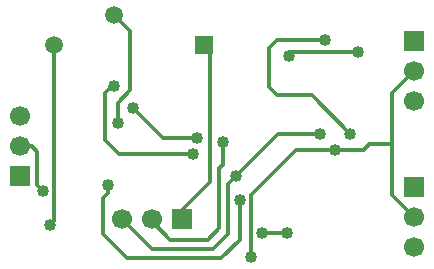
<source format=gbr>
G04 DipTrace 2.4.0.2*
%INBottom.gbr*%
%MOIN*%
%ADD14C,0.013*%
%ADD16R,0.0669X0.0669*%
%ADD17C,0.0669*%
%ADD20R,0.0591X0.0591*%
%ADD21C,0.0591*%
%ADD22C,0.04*%
%FSLAX44Y44*%
G04*
G70*
G90*
G75*
G01*
%LNBottom*%
%LPD*%
X11440Y12065D2*
D14*
X11627Y11878D1*
Y7503D1*
X10690Y6566D1*
Y6253D1*
X12513Y7690D2*
D3*
X8690Y6253D2*
X9690Y5253D1*
X11752D1*
X12252Y5753D1*
Y7429D1*
X12513Y7690D1*
X13915Y9092D1*
X15315D1*
X6440Y12065D2*
Y6191D1*
X6314Y6066D1*
X18440Y6315D2*
X17690Y7065D1*
Y8754D1*
Y10440D1*
X18440Y11190D1*
X6064Y7191D2*
X5877Y7378D1*
Y8503D1*
X5690Y8690D1*
X5315D1*
X15815Y8566D2*
X16753D1*
X16940Y8754D1*
X17690D1*
X15843Y8566D2*
X15815D1*
X12065Y8816D2*
Y8066D1*
X11940Y7941D1*
Y5941D1*
X11565Y5566D1*
X10315D1*
X9627Y6253D1*
X9690D1*
X13003Y5003D2*
Y7066D1*
X14503Y8566D1*
X15815D1*
X16565Y11815D2*
X14269D1*
Y11690D1*
X13359Y5788D2*
X14210D1*
X16315Y9092D2*
X15026Y10381D1*
X13874D1*
X13614Y10641D1*
Y11957D1*
X13874Y12217D1*
X15484D1*
X11065Y8414D2*
X8591D1*
X8127Y8878D1*
Y10451D1*
X8376Y10700D1*
X8426D1*
X9065Y9940D2*
X10064Y8941D1*
X11190D1*
X12628Y6878D2*
Y5566D1*
X12002Y4941D1*
X8877D1*
X8065Y5753D1*
Y6941D1*
X8252Y7128D1*
Y7378D1*
X8565Y9440D2*
Y10137D1*
X8969Y10541D1*
Y12536D1*
X8440Y13065D1*
D22*
X6314Y6066D3*
X6064Y7191D3*
X12065Y8816D3*
X13003Y5003D3*
X12628Y6878D3*
X8252Y7378D3*
X14210Y5788D3*
X13359D3*
X15815Y8566D3*
X14269Y11690D3*
X16565Y11815D3*
X15484Y12217D3*
X16315Y9092D3*
X12513Y7690D3*
X15315Y9092D3*
X8426Y10700D3*
X11065Y8414D3*
X11190Y8941D3*
X9065Y9940D3*
X8565Y9440D3*
D16*
X5315Y7690D3*
D17*
Y8690D3*
Y9690D3*
D16*
X18440Y7315D3*
D17*
Y6315D3*
Y5315D3*
D16*
Y12190D3*
D17*
Y11190D3*
Y10190D3*
D16*
X10690Y6253D3*
D17*
X9690D3*
X8690D3*
D20*
X11440Y12065D3*
D21*
X8440Y13065D3*
X6440Y12065D3*
M02*

</source>
